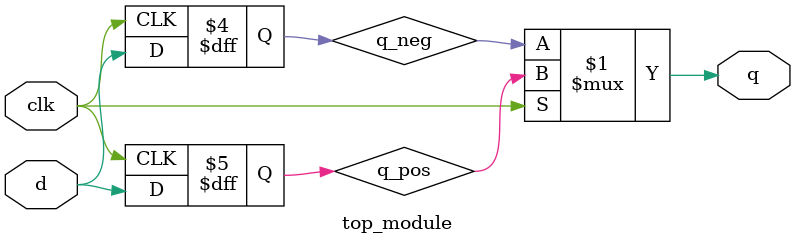
<source format=v>
module top_module (
    input clk,
    input d,
    output reg q
);

    reg q_pos, q_neg;
	assign q = clk?q_pos : q_neg;
    always @(posedge clk)
        q_pos <= d;
    always @(negedge clk)
        q_neg <= d;
endmodule

</source>
